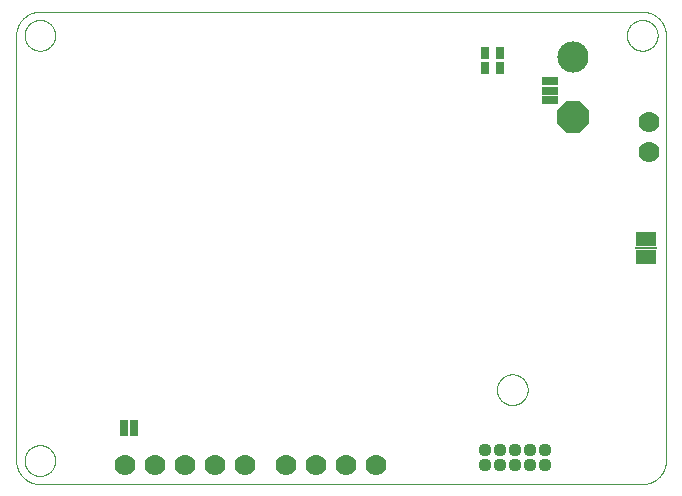
<source format=gbs>
G75*
%MOIN*%
%OFA0B0*%
%FSLAX25Y25*%
%IPPOS*%
%LPD*%
%AMOC8*
5,1,8,0,0,1.08239X$1,22.5*
%
%ADD10C,0.00001*%
%ADD11C,0.10400*%
%ADD12OC8,0.10400*%
%ADD13R,0.05400X0.02900*%
%ADD14C,0.04400*%
%ADD15R,0.06700X0.05000*%
%ADD16R,0.07200X0.00600*%
%ADD17C,0.07000*%
%ADD18R,0.03156X0.03943*%
%ADD19R,0.02900X0.05400*%
D10*
X0035524Y0020000D02*
X0236311Y0020000D01*
X0236501Y0020002D01*
X0236691Y0020009D01*
X0236881Y0020021D01*
X0237071Y0020037D01*
X0237260Y0020057D01*
X0237449Y0020083D01*
X0237637Y0020112D01*
X0237824Y0020147D01*
X0238010Y0020186D01*
X0238195Y0020229D01*
X0238380Y0020277D01*
X0238563Y0020329D01*
X0238744Y0020385D01*
X0238924Y0020446D01*
X0239103Y0020512D01*
X0239280Y0020581D01*
X0239456Y0020655D01*
X0239629Y0020733D01*
X0239801Y0020816D01*
X0239970Y0020902D01*
X0240138Y0020992D01*
X0240303Y0021087D01*
X0240466Y0021185D01*
X0240626Y0021288D01*
X0240784Y0021394D01*
X0240939Y0021504D01*
X0241092Y0021617D01*
X0241242Y0021735D01*
X0241388Y0021856D01*
X0241532Y0021980D01*
X0241673Y0022108D01*
X0241811Y0022239D01*
X0241946Y0022374D01*
X0242077Y0022512D01*
X0242205Y0022653D01*
X0242329Y0022797D01*
X0242450Y0022943D01*
X0242568Y0023093D01*
X0242681Y0023246D01*
X0242791Y0023401D01*
X0242897Y0023559D01*
X0243000Y0023719D01*
X0243098Y0023882D01*
X0243193Y0024047D01*
X0243283Y0024215D01*
X0243369Y0024384D01*
X0243452Y0024556D01*
X0243530Y0024729D01*
X0243604Y0024905D01*
X0243673Y0025082D01*
X0243739Y0025261D01*
X0243800Y0025441D01*
X0243856Y0025622D01*
X0243908Y0025805D01*
X0243956Y0025990D01*
X0243999Y0026175D01*
X0244038Y0026361D01*
X0244073Y0026548D01*
X0244102Y0026736D01*
X0244128Y0026925D01*
X0244148Y0027114D01*
X0244164Y0027304D01*
X0244176Y0027494D01*
X0244183Y0027684D01*
X0244185Y0027874D01*
X0244185Y0169606D01*
X0231193Y0169606D02*
X0231195Y0169749D01*
X0231201Y0169892D01*
X0231211Y0170034D01*
X0231225Y0170176D01*
X0231243Y0170318D01*
X0231265Y0170460D01*
X0231290Y0170600D01*
X0231320Y0170740D01*
X0231354Y0170879D01*
X0231391Y0171017D01*
X0231433Y0171154D01*
X0231478Y0171289D01*
X0231527Y0171423D01*
X0231579Y0171556D01*
X0231635Y0171688D01*
X0231695Y0171817D01*
X0231759Y0171945D01*
X0231826Y0172072D01*
X0231897Y0172196D01*
X0231971Y0172318D01*
X0232048Y0172438D01*
X0232129Y0172556D01*
X0232213Y0172672D01*
X0232300Y0172785D01*
X0232390Y0172896D01*
X0232484Y0173004D01*
X0232580Y0173110D01*
X0232679Y0173212D01*
X0232782Y0173312D01*
X0232886Y0173409D01*
X0232994Y0173504D01*
X0233104Y0173595D01*
X0233217Y0173683D01*
X0233332Y0173767D01*
X0233449Y0173849D01*
X0233569Y0173927D01*
X0233690Y0174002D01*
X0233814Y0174074D01*
X0233940Y0174142D01*
X0234067Y0174206D01*
X0234197Y0174267D01*
X0234328Y0174324D01*
X0234460Y0174378D01*
X0234594Y0174427D01*
X0234729Y0174474D01*
X0234866Y0174516D01*
X0235004Y0174554D01*
X0235142Y0174589D01*
X0235282Y0174619D01*
X0235422Y0174646D01*
X0235563Y0174669D01*
X0235705Y0174688D01*
X0235847Y0174703D01*
X0235990Y0174714D01*
X0236132Y0174721D01*
X0236275Y0174724D01*
X0236418Y0174723D01*
X0236561Y0174718D01*
X0236704Y0174709D01*
X0236846Y0174696D01*
X0236988Y0174679D01*
X0237129Y0174658D01*
X0237270Y0174633D01*
X0237410Y0174605D01*
X0237549Y0174572D01*
X0237687Y0174535D01*
X0237824Y0174495D01*
X0237960Y0174451D01*
X0238095Y0174403D01*
X0238228Y0174351D01*
X0238360Y0174296D01*
X0238490Y0174237D01*
X0238619Y0174174D01*
X0238745Y0174108D01*
X0238870Y0174038D01*
X0238993Y0173965D01*
X0239113Y0173889D01*
X0239232Y0173809D01*
X0239348Y0173725D01*
X0239462Y0173639D01*
X0239573Y0173549D01*
X0239682Y0173457D01*
X0239788Y0173361D01*
X0239892Y0173263D01*
X0239993Y0173161D01*
X0240090Y0173057D01*
X0240185Y0172950D01*
X0240277Y0172841D01*
X0240366Y0172729D01*
X0240452Y0172614D01*
X0240534Y0172498D01*
X0240613Y0172378D01*
X0240689Y0172257D01*
X0240761Y0172134D01*
X0240830Y0172009D01*
X0240895Y0171882D01*
X0240957Y0171753D01*
X0241015Y0171622D01*
X0241070Y0171490D01*
X0241120Y0171356D01*
X0241167Y0171221D01*
X0241211Y0171085D01*
X0241250Y0170948D01*
X0241285Y0170809D01*
X0241317Y0170670D01*
X0241345Y0170530D01*
X0241369Y0170389D01*
X0241389Y0170247D01*
X0241405Y0170105D01*
X0241417Y0169963D01*
X0241425Y0169820D01*
X0241429Y0169677D01*
X0241429Y0169535D01*
X0241425Y0169392D01*
X0241417Y0169249D01*
X0241405Y0169107D01*
X0241389Y0168965D01*
X0241369Y0168823D01*
X0241345Y0168682D01*
X0241317Y0168542D01*
X0241285Y0168403D01*
X0241250Y0168264D01*
X0241211Y0168127D01*
X0241167Y0167991D01*
X0241120Y0167856D01*
X0241070Y0167722D01*
X0241015Y0167590D01*
X0240957Y0167459D01*
X0240895Y0167330D01*
X0240830Y0167203D01*
X0240761Y0167078D01*
X0240689Y0166955D01*
X0240613Y0166834D01*
X0240534Y0166714D01*
X0240452Y0166598D01*
X0240366Y0166483D01*
X0240277Y0166371D01*
X0240185Y0166262D01*
X0240090Y0166155D01*
X0239993Y0166051D01*
X0239892Y0165949D01*
X0239788Y0165851D01*
X0239682Y0165755D01*
X0239573Y0165663D01*
X0239462Y0165573D01*
X0239348Y0165487D01*
X0239232Y0165403D01*
X0239113Y0165323D01*
X0238993Y0165247D01*
X0238870Y0165174D01*
X0238745Y0165104D01*
X0238619Y0165038D01*
X0238490Y0164975D01*
X0238360Y0164916D01*
X0238228Y0164861D01*
X0238095Y0164809D01*
X0237960Y0164761D01*
X0237824Y0164717D01*
X0237687Y0164677D01*
X0237549Y0164640D01*
X0237410Y0164607D01*
X0237270Y0164579D01*
X0237129Y0164554D01*
X0236988Y0164533D01*
X0236846Y0164516D01*
X0236704Y0164503D01*
X0236561Y0164494D01*
X0236418Y0164489D01*
X0236275Y0164488D01*
X0236132Y0164491D01*
X0235990Y0164498D01*
X0235847Y0164509D01*
X0235705Y0164524D01*
X0235563Y0164543D01*
X0235422Y0164566D01*
X0235282Y0164593D01*
X0235142Y0164623D01*
X0235004Y0164658D01*
X0234866Y0164696D01*
X0234729Y0164738D01*
X0234594Y0164785D01*
X0234460Y0164834D01*
X0234328Y0164888D01*
X0234197Y0164945D01*
X0234067Y0165006D01*
X0233940Y0165070D01*
X0233814Y0165138D01*
X0233690Y0165210D01*
X0233569Y0165285D01*
X0233449Y0165363D01*
X0233332Y0165445D01*
X0233217Y0165529D01*
X0233104Y0165617D01*
X0232994Y0165708D01*
X0232886Y0165803D01*
X0232782Y0165900D01*
X0232679Y0166000D01*
X0232580Y0166102D01*
X0232484Y0166208D01*
X0232390Y0166316D01*
X0232300Y0166427D01*
X0232213Y0166540D01*
X0232129Y0166656D01*
X0232048Y0166774D01*
X0231971Y0166894D01*
X0231897Y0167016D01*
X0231826Y0167140D01*
X0231759Y0167267D01*
X0231695Y0167395D01*
X0231635Y0167524D01*
X0231579Y0167656D01*
X0231527Y0167789D01*
X0231478Y0167923D01*
X0231433Y0168058D01*
X0231391Y0168195D01*
X0231354Y0168333D01*
X0231320Y0168472D01*
X0231290Y0168612D01*
X0231265Y0168752D01*
X0231243Y0168894D01*
X0231225Y0169036D01*
X0231211Y0169178D01*
X0231201Y0169320D01*
X0231195Y0169463D01*
X0231193Y0169606D01*
X0236311Y0177480D02*
X0236501Y0177478D01*
X0236691Y0177471D01*
X0236881Y0177459D01*
X0237071Y0177443D01*
X0237260Y0177423D01*
X0237449Y0177397D01*
X0237637Y0177368D01*
X0237824Y0177333D01*
X0238010Y0177294D01*
X0238195Y0177251D01*
X0238380Y0177203D01*
X0238563Y0177151D01*
X0238744Y0177095D01*
X0238924Y0177034D01*
X0239103Y0176968D01*
X0239280Y0176899D01*
X0239456Y0176825D01*
X0239629Y0176747D01*
X0239801Y0176664D01*
X0239970Y0176578D01*
X0240138Y0176488D01*
X0240303Y0176393D01*
X0240466Y0176295D01*
X0240626Y0176192D01*
X0240784Y0176086D01*
X0240939Y0175976D01*
X0241092Y0175863D01*
X0241242Y0175745D01*
X0241388Y0175624D01*
X0241532Y0175500D01*
X0241673Y0175372D01*
X0241811Y0175241D01*
X0241946Y0175106D01*
X0242077Y0174968D01*
X0242205Y0174827D01*
X0242329Y0174683D01*
X0242450Y0174537D01*
X0242568Y0174387D01*
X0242681Y0174234D01*
X0242791Y0174079D01*
X0242897Y0173921D01*
X0243000Y0173761D01*
X0243098Y0173598D01*
X0243193Y0173433D01*
X0243283Y0173265D01*
X0243369Y0173096D01*
X0243452Y0172924D01*
X0243530Y0172751D01*
X0243604Y0172575D01*
X0243673Y0172398D01*
X0243739Y0172219D01*
X0243800Y0172039D01*
X0243856Y0171858D01*
X0243908Y0171675D01*
X0243956Y0171490D01*
X0243999Y0171305D01*
X0244038Y0171119D01*
X0244073Y0170932D01*
X0244102Y0170744D01*
X0244128Y0170555D01*
X0244148Y0170366D01*
X0244164Y0170176D01*
X0244176Y0169986D01*
X0244183Y0169796D01*
X0244185Y0169606D01*
X0236311Y0177480D02*
X0035524Y0177480D01*
X0030406Y0169606D02*
X0030408Y0169749D01*
X0030414Y0169892D01*
X0030424Y0170034D01*
X0030438Y0170176D01*
X0030456Y0170318D01*
X0030478Y0170460D01*
X0030503Y0170600D01*
X0030533Y0170740D01*
X0030567Y0170879D01*
X0030604Y0171017D01*
X0030646Y0171154D01*
X0030691Y0171289D01*
X0030740Y0171423D01*
X0030792Y0171556D01*
X0030848Y0171688D01*
X0030908Y0171817D01*
X0030972Y0171945D01*
X0031039Y0172072D01*
X0031110Y0172196D01*
X0031184Y0172318D01*
X0031261Y0172438D01*
X0031342Y0172556D01*
X0031426Y0172672D01*
X0031513Y0172785D01*
X0031603Y0172896D01*
X0031697Y0173004D01*
X0031793Y0173110D01*
X0031892Y0173212D01*
X0031995Y0173312D01*
X0032099Y0173409D01*
X0032207Y0173504D01*
X0032317Y0173595D01*
X0032430Y0173683D01*
X0032545Y0173767D01*
X0032662Y0173849D01*
X0032782Y0173927D01*
X0032903Y0174002D01*
X0033027Y0174074D01*
X0033153Y0174142D01*
X0033280Y0174206D01*
X0033410Y0174267D01*
X0033541Y0174324D01*
X0033673Y0174378D01*
X0033807Y0174427D01*
X0033942Y0174474D01*
X0034079Y0174516D01*
X0034217Y0174554D01*
X0034355Y0174589D01*
X0034495Y0174619D01*
X0034635Y0174646D01*
X0034776Y0174669D01*
X0034918Y0174688D01*
X0035060Y0174703D01*
X0035203Y0174714D01*
X0035345Y0174721D01*
X0035488Y0174724D01*
X0035631Y0174723D01*
X0035774Y0174718D01*
X0035917Y0174709D01*
X0036059Y0174696D01*
X0036201Y0174679D01*
X0036342Y0174658D01*
X0036483Y0174633D01*
X0036623Y0174605D01*
X0036762Y0174572D01*
X0036900Y0174535D01*
X0037037Y0174495D01*
X0037173Y0174451D01*
X0037308Y0174403D01*
X0037441Y0174351D01*
X0037573Y0174296D01*
X0037703Y0174237D01*
X0037832Y0174174D01*
X0037958Y0174108D01*
X0038083Y0174038D01*
X0038206Y0173965D01*
X0038326Y0173889D01*
X0038445Y0173809D01*
X0038561Y0173725D01*
X0038675Y0173639D01*
X0038786Y0173549D01*
X0038895Y0173457D01*
X0039001Y0173361D01*
X0039105Y0173263D01*
X0039206Y0173161D01*
X0039303Y0173057D01*
X0039398Y0172950D01*
X0039490Y0172841D01*
X0039579Y0172729D01*
X0039665Y0172614D01*
X0039747Y0172498D01*
X0039826Y0172378D01*
X0039902Y0172257D01*
X0039974Y0172134D01*
X0040043Y0172009D01*
X0040108Y0171882D01*
X0040170Y0171753D01*
X0040228Y0171622D01*
X0040283Y0171490D01*
X0040333Y0171356D01*
X0040380Y0171221D01*
X0040424Y0171085D01*
X0040463Y0170948D01*
X0040498Y0170809D01*
X0040530Y0170670D01*
X0040558Y0170530D01*
X0040582Y0170389D01*
X0040602Y0170247D01*
X0040618Y0170105D01*
X0040630Y0169963D01*
X0040638Y0169820D01*
X0040642Y0169677D01*
X0040642Y0169535D01*
X0040638Y0169392D01*
X0040630Y0169249D01*
X0040618Y0169107D01*
X0040602Y0168965D01*
X0040582Y0168823D01*
X0040558Y0168682D01*
X0040530Y0168542D01*
X0040498Y0168403D01*
X0040463Y0168264D01*
X0040424Y0168127D01*
X0040380Y0167991D01*
X0040333Y0167856D01*
X0040283Y0167722D01*
X0040228Y0167590D01*
X0040170Y0167459D01*
X0040108Y0167330D01*
X0040043Y0167203D01*
X0039974Y0167078D01*
X0039902Y0166955D01*
X0039826Y0166834D01*
X0039747Y0166714D01*
X0039665Y0166598D01*
X0039579Y0166483D01*
X0039490Y0166371D01*
X0039398Y0166262D01*
X0039303Y0166155D01*
X0039206Y0166051D01*
X0039105Y0165949D01*
X0039001Y0165851D01*
X0038895Y0165755D01*
X0038786Y0165663D01*
X0038675Y0165573D01*
X0038561Y0165487D01*
X0038445Y0165403D01*
X0038326Y0165323D01*
X0038206Y0165247D01*
X0038083Y0165174D01*
X0037958Y0165104D01*
X0037832Y0165038D01*
X0037703Y0164975D01*
X0037573Y0164916D01*
X0037441Y0164861D01*
X0037308Y0164809D01*
X0037173Y0164761D01*
X0037037Y0164717D01*
X0036900Y0164677D01*
X0036762Y0164640D01*
X0036623Y0164607D01*
X0036483Y0164579D01*
X0036342Y0164554D01*
X0036201Y0164533D01*
X0036059Y0164516D01*
X0035917Y0164503D01*
X0035774Y0164494D01*
X0035631Y0164489D01*
X0035488Y0164488D01*
X0035345Y0164491D01*
X0035203Y0164498D01*
X0035060Y0164509D01*
X0034918Y0164524D01*
X0034776Y0164543D01*
X0034635Y0164566D01*
X0034495Y0164593D01*
X0034355Y0164623D01*
X0034217Y0164658D01*
X0034079Y0164696D01*
X0033942Y0164738D01*
X0033807Y0164785D01*
X0033673Y0164834D01*
X0033541Y0164888D01*
X0033410Y0164945D01*
X0033280Y0165006D01*
X0033153Y0165070D01*
X0033027Y0165138D01*
X0032903Y0165210D01*
X0032782Y0165285D01*
X0032662Y0165363D01*
X0032545Y0165445D01*
X0032430Y0165529D01*
X0032317Y0165617D01*
X0032207Y0165708D01*
X0032099Y0165803D01*
X0031995Y0165900D01*
X0031892Y0166000D01*
X0031793Y0166102D01*
X0031697Y0166208D01*
X0031603Y0166316D01*
X0031513Y0166427D01*
X0031426Y0166540D01*
X0031342Y0166656D01*
X0031261Y0166774D01*
X0031184Y0166894D01*
X0031110Y0167016D01*
X0031039Y0167140D01*
X0030972Y0167267D01*
X0030908Y0167395D01*
X0030848Y0167524D01*
X0030792Y0167656D01*
X0030740Y0167789D01*
X0030691Y0167923D01*
X0030646Y0168058D01*
X0030604Y0168195D01*
X0030567Y0168333D01*
X0030533Y0168472D01*
X0030503Y0168612D01*
X0030478Y0168752D01*
X0030456Y0168894D01*
X0030438Y0169036D01*
X0030424Y0169178D01*
X0030414Y0169320D01*
X0030408Y0169463D01*
X0030406Y0169606D01*
X0027650Y0169606D02*
X0027650Y0027874D01*
X0030406Y0027874D02*
X0030408Y0028017D01*
X0030414Y0028160D01*
X0030424Y0028302D01*
X0030438Y0028444D01*
X0030456Y0028586D01*
X0030478Y0028728D01*
X0030503Y0028868D01*
X0030533Y0029008D01*
X0030567Y0029147D01*
X0030604Y0029285D01*
X0030646Y0029422D01*
X0030691Y0029557D01*
X0030740Y0029691D01*
X0030792Y0029824D01*
X0030848Y0029956D01*
X0030908Y0030085D01*
X0030972Y0030213D01*
X0031039Y0030340D01*
X0031110Y0030464D01*
X0031184Y0030586D01*
X0031261Y0030706D01*
X0031342Y0030824D01*
X0031426Y0030940D01*
X0031513Y0031053D01*
X0031603Y0031164D01*
X0031697Y0031272D01*
X0031793Y0031378D01*
X0031892Y0031480D01*
X0031995Y0031580D01*
X0032099Y0031677D01*
X0032207Y0031772D01*
X0032317Y0031863D01*
X0032430Y0031951D01*
X0032545Y0032035D01*
X0032662Y0032117D01*
X0032782Y0032195D01*
X0032903Y0032270D01*
X0033027Y0032342D01*
X0033153Y0032410D01*
X0033280Y0032474D01*
X0033410Y0032535D01*
X0033541Y0032592D01*
X0033673Y0032646D01*
X0033807Y0032695D01*
X0033942Y0032742D01*
X0034079Y0032784D01*
X0034217Y0032822D01*
X0034355Y0032857D01*
X0034495Y0032887D01*
X0034635Y0032914D01*
X0034776Y0032937D01*
X0034918Y0032956D01*
X0035060Y0032971D01*
X0035203Y0032982D01*
X0035345Y0032989D01*
X0035488Y0032992D01*
X0035631Y0032991D01*
X0035774Y0032986D01*
X0035917Y0032977D01*
X0036059Y0032964D01*
X0036201Y0032947D01*
X0036342Y0032926D01*
X0036483Y0032901D01*
X0036623Y0032873D01*
X0036762Y0032840D01*
X0036900Y0032803D01*
X0037037Y0032763D01*
X0037173Y0032719D01*
X0037308Y0032671D01*
X0037441Y0032619D01*
X0037573Y0032564D01*
X0037703Y0032505D01*
X0037832Y0032442D01*
X0037958Y0032376D01*
X0038083Y0032306D01*
X0038206Y0032233D01*
X0038326Y0032157D01*
X0038445Y0032077D01*
X0038561Y0031993D01*
X0038675Y0031907D01*
X0038786Y0031817D01*
X0038895Y0031725D01*
X0039001Y0031629D01*
X0039105Y0031531D01*
X0039206Y0031429D01*
X0039303Y0031325D01*
X0039398Y0031218D01*
X0039490Y0031109D01*
X0039579Y0030997D01*
X0039665Y0030882D01*
X0039747Y0030766D01*
X0039826Y0030646D01*
X0039902Y0030525D01*
X0039974Y0030402D01*
X0040043Y0030277D01*
X0040108Y0030150D01*
X0040170Y0030021D01*
X0040228Y0029890D01*
X0040283Y0029758D01*
X0040333Y0029624D01*
X0040380Y0029489D01*
X0040424Y0029353D01*
X0040463Y0029216D01*
X0040498Y0029077D01*
X0040530Y0028938D01*
X0040558Y0028798D01*
X0040582Y0028657D01*
X0040602Y0028515D01*
X0040618Y0028373D01*
X0040630Y0028231D01*
X0040638Y0028088D01*
X0040642Y0027945D01*
X0040642Y0027803D01*
X0040638Y0027660D01*
X0040630Y0027517D01*
X0040618Y0027375D01*
X0040602Y0027233D01*
X0040582Y0027091D01*
X0040558Y0026950D01*
X0040530Y0026810D01*
X0040498Y0026671D01*
X0040463Y0026532D01*
X0040424Y0026395D01*
X0040380Y0026259D01*
X0040333Y0026124D01*
X0040283Y0025990D01*
X0040228Y0025858D01*
X0040170Y0025727D01*
X0040108Y0025598D01*
X0040043Y0025471D01*
X0039974Y0025346D01*
X0039902Y0025223D01*
X0039826Y0025102D01*
X0039747Y0024982D01*
X0039665Y0024866D01*
X0039579Y0024751D01*
X0039490Y0024639D01*
X0039398Y0024530D01*
X0039303Y0024423D01*
X0039206Y0024319D01*
X0039105Y0024217D01*
X0039001Y0024119D01*
X0038895Y0024023D01*
X0038786Y0023931D01*
X0038675Y0023841D01*
X0038561Y0023755D01*
X0038445Y0023671D01*
X0038326Y0023591D01*
X0038206Y0023515D01*
X0038083Y0023442D01*
X0037958Y0023372D01*
X0037832Y0023306D01*
X0037703Y0023243D01*
X0037573Y0023184D01*
X0037441Y0023129D01*
X0037308Y0023077D01*
X0037173Y0023029D01*
X0037037Y0022985D01*
X0036900Y0022945D01*
X0036762Y0022908D01*
X0036623Y0022875D01*
X0036483Y0022847D01*
X0036342Y0022822D01*
X0036201Y0022801D01*
X0036059Y0022784D01*
X0035917Y0022771D01*
X0035774Y0022762D01*
X0035631Y0022757D01*
X0035488Y0022756D01*
X0035345Y0022759D01*
X0035203Y0022766D01*
X0035060Y0022777D01*
X0034918Y0022792D01*
X0034776Y0022811D01*
X0034635Y0022834D01*
X0034495Y0022861D01*
X0034355Y0022891D01*
X0034217Y0022926D01*
X0034079Y0022964D01*
X0033942Y0023006D01*
X0033807Y0023053D01*
X0033673Y0023102D01*
X0033541Y0023156D01*
X0033410Y0023213D01*
X0033280Y0023274D01*
X0033153Y0023338D01*
X0033027Y0023406D01*
X0032903Y0023478D01*
X0032782Y0023553D01*
X0032662Y0023631D01*
X0032545Y0023713D01*
X0032430Y0023797D01*
X0032317Y0023885D01*
X0032207Y0023976D01*
X0032099Y0024071D01*
X0031995Y0024168D01*
X0031892Y0024268D01*
X0031793Y0024370D01*
X0031697Y0024476D01*
X0031603Y0024584D01*
X0031513Y0024695D01*
X0031426Y0024808D01*
X0031342Y0024924D01*
X0031261Y0025042D01*
X0031184Y0025162D01*
X0031110Y0025284D01*
X0031039Y0025408D01*
X0030972Y0025535D01*
X0030908Y0025663D01*
X0030848Y0025792D01*
X0030792Y0025924D01*
X0030740Y0026057D01*
X0030691Y0026191D01*
X0030646Y0026326D01*
X0030604Y0026463D01*
X0030567Y0026601D01*
X0030533Y0026740D01*
X0030503Y0026880D01*
X0030478Y0027020D01*
X0030456Y0027162D01*
X0030438Y0027304D01*
X0030424Y0027446D01*
X0030414Y0027588D01*
X0030408Y0027731D01*
X0030406Y0027874D01*
X0027650Y0027874D02*
X0027652Y0027684D01*
X0027659Y0027494D01*
X0027671Y0027304D01*
X0027687Y0027114D01*
X0027707Y0026925D01*
X0027733Y0026736D01*
X0027762Y0026548D01*
X0027797Y0026361D01*
X0027836Y0026175D01*
X0027879Y0025990D01*
X0027927Y0025805D01*
X0027979Y0025622D01*
X0028035Y0025441D01*
X0028096Y0025261D01*
X0028162Y0025082D01*
X0028231Y0024905D01*
X0028305Y0024729D01*
X0028383Y0024556D01*
X0028466Y0024384D01*
X0028552Y0024215D01*
X0028642Y0024047D01*
X0028737Y0023882D01*
X0028835Y0023719D01*
X0028938Y0023559D01*
X0029044Y0023401D01*
X0029154Y0023246D01*
X0029267Y0023093D01*
X0029385Y0022943D01*
X0029506Y0022797D01*
X0029630Y0022653D01*
X0029758Y0022512D01*
X0029889Y0022374D01*
X0030024Y0022239D01*
X0030162Y0022108D01*
X0030303Y0021980D01*
X0030447Y0021856D01*
X0030593Y0021735D01*
X0030743Y0021617D01*
X0030896Y0021504D01*
X0031051Y0021394D01*
X0031209Y0021288D01*
X0031369Y0021185D01*
X0031532Y0021087D01*
X0031697Y0020992D01*
X0031865Y0020902D01*
X0032034Y0020816D01*
X0032206Y0020733D01*
X0032379Y0020655D01*
X0032555Y0020581D01*
X0032732Y0020512D01*
X0032911Y0020446D01*
X0033091Y0020385D01*
X0033272Y0020329D01*
X0033455Y0020277D01*
X0033640Y0020229D01*
X0033825Y0020186D01*
X0034011Y0020147D01*
X0034198Y0020112D01*
X0034386Y0020083D01*
X0034575Y0020057D01*
X0034764Y0020037D01*
X0034954Y0020021D01*
X0035144Y0020009D01*
X0035334Y0020002D01*
X0035524Y0020000D01*
X0187886Y0051496D02*
X0187888Y0051639D01*
X0187894Y0051782D01*
X0187904Y0051924D01*
X0187918Y0052066D01*
X0187936Y0052208D01*
X0187958Y0052350D01*
X0187983Y0052490D01*
X0188013Y0052630D01*
X0188047Y0052769D01*
X0188084Y0052907D01*
X0188126Y0053044D01*
X0188171Y0053179D01*
X0188220Y0053313D01*
X0188272Y0053446D01*
X0188328Y0053578D01*
X0188388Y0053707D01*
X0188452Y0053835D01*
X0188519Y0053962D01*
X0188590Y0054086D01*
X0188664Y0054208D01*
X0188741Y0054328D01*
X0188822Y0054446D01*
X0188906Y0054562D01*
X0188993Y0054675D01*
X0189083Y0054786D01*
X0189177Y0054894D01*
X0189273Y0055000D01*
X0189372Y0055102D01*
X0189475Y0055202D01*
X0189579Y0055299D01*
X0189687Y0055394D01*
X0189797Y0055485D01*
X0189910Y0055573D01*
X0190025Y0055657D01*
X0190142Y0055739D01*
X0190262Y0055817D01*
X0190383Y0055892D01*
X0190507Y0055964D01*
X0190633Y0056032D01*
X0190760Y0056096D01*
X0190890Y0056157D01*
X0191021Y0056214D01*
X0191153Y0056268D01*
X0191287Y0056317D01*
X0191422Y0056364D01*
X0191559Y0056406D01*
X0191697Y0056444D01*
X0191835Y0056479D01*
X0191975Y0056509D01*
X0192115Y0056536D01*
X0192256Y0056559D01*
X0192398Y0056578D01*
X0192540Y0056593D01*
X0192683Y0056604D01*
X0192825Y0056611D01*
X0192968Y0056614D01*
X0193111Y0056613D01*
X0193254Y0056608D01*
X0193397Y0056599D01*
X0193539Y0056586D01*
X0193681Y0056569D01*
X0193822Y0056548D01*
X0193963Y0056523D01*
X0194103Y0056495D01*
X0194242Y0056462D01*
X0194380Y0056425D01*
X0194517Y0056385D01*
X0194653Y0056341D01*
X0194788Y0056293D01*
X0194921Y0056241D01*
X0195053Y0056186D01*
X0195183Y0056127D01*
X0195312Y0056064D01*
X0195438Y0055998D01*
X0195563Y0055928D01*
X0195686Y0055855D01*
X0195806Y0055779D01*
X0195925Y0055699D01*
X0196041Y0055615D01*
X0196155Y0055529D01*
X0196266Y0055439D01*
X0196375Y0055347D01*
X0196481Y0055251D01*
X0196585Y0055153D01*
X0196686Y0055051D01*
X0196783Y0054947D01*
X0196878Y0054840D01*
X0196970Y0054731D01*
X0197059Y0054619D01*
X0197145Y0054504D01*
X0197227Y0054388D01*
X0197306Y0054268D01*
X0197382Y0054147D01*
X0197454Y0054024D01*
X0197523Y0053899D01*
X0197588Y0053772D01*
X0197650Y0053643D01*
X0197708Y0053512D01*
X0197763Y0053380D01*
X0197813Y0053246D01*
X0197860Y0053111D01*
X0197904Y0052975D01*
X0197943Y0052838D01*
X0197978Y0052699D01*
X0198010Y0052560D01*
X0198038Y0052420D01*
X0198062Y0052279D01*
X0198082Y0052137D01*
X0198098Y0051995D01*
X0198110Y0051853D01*
X0198118Y0051710D01*
X0198122Y0051567D01*
X0198122Y0051425D01*
X0198118Y0051282D01*
X0198110Y0051139D01*
X0198098Y0050997D01*
X0198082Y0050855D01*
X0198062Y0050713D01*
X0198038Y0050572D01*
X0198010Y0050432D01*
X0197978Y0050293D01*
X0197943Y0050154D01*
X0197904Y0050017D01*
X0197860Y0049881D01*
X0197813Y0049746D01*
X0197763Y0049612D01*
X0197708Y0049480D01*
X0197650Y0049349D01*
X0197588Y0049220D01*
X0197523Y0049093D01*
X0197454Y0048968D01*
X0197382Y0048845D01*
X0197306Y0048724D01*
X0197227Y0048604D01*
X0197145Y0048488D01*
X0197059Y0048373D01*
X0196970Y0048261D01*
X0196878Y0048152D01*
X0196783Y0048045D01*
X0196686Y0047941D01*
X0196585Y0047839D01*
X0196481Y0047741D01*
X0196375Y0047645D01*
X0196266Y0047553D01*
X0196155Y0047463D01*
X0196041Y0047377D01*
X0195925Y0047293D01*
X0195806Y0047213D01*
X0195686Y0047137D01*
X0195563Y0047064D01*
X0195438Y0046994D01*
X0195312Y0046928D01*
X0195183Y0046865D01*
X0195053Y0046806D01*
X0194921Y0046751D01*
X0194788Y0046699D01*
X0194653Y0046651D01*
X0194517Y0046607D01*
X0194380Y0046567D01*
X0194242Y0046530D01*
X0194103Y0046497D01*
X0193963Y0046469D01*
X0193822Y0046444D01*
X0193681Y0046423D01*
X0193539Y0046406D01*
X0193397Y0046393D01*
X0193254Y0046384D01*
X0193111Y0046379D01*
X0192968Y0046378D01*
X0192825Y0046381D01*
X0192683Y0046388D01*
X0192540Y0046399D01*
X0192398Y0046414D01*
X0192256Y0046433D01*
X0192115Y0046456D01*
X0191975Y0046483D01*
X0191835Y0046513D01*
X0191697Y0046548D01*
X0191559Y0046586D01*
X0191422Y0046628D01*
X0191287Y0046675D01*
X0191153Y0046724D01*
X0191021Y0046778D01*
X0190890Y0046835D01*
X0190760Y0046896D01*
X0190633Y0046960D01*
X0190507Y0047028D01*
X0190383Y0047100D01*
X0190262Y0047175D01*
X0190142Y0047253D01*
X0190025Y0047335D01*
X0189910Y0047419D01*
X0189797Y0047507D01*
X0189687Y0047598D01*
X0189579Y0047693D01*
X0189475Y0047790D01*
X0189372Y0047890D01*
X0189273Y0047992D01*
X0189177Y0048098D01*
X0189083Y0048206D01*
X0188993Y0048317D01*
X0188906Y0048430D01*
X0188822Y0048546D01*
X0188741Y0048664D01*
X0188664Y0048784D01*
X0188590Y0048906D01*
X0188519Y0049030D01*
X0188452Y0049157D01*
X0188388Y0049285D01*
X0188328Y0049414D01*
X0188272Y0049546D01*
X0188220Y0049679D01*
X0188171Y0049813D01*
X0188126Y0049948D01*
X0188084Y0050085D01*
X0188047Y0050223D01*
X0188013Y0050362D01*
X0187983Y0050502D01*
X0187958Y0050642D01*
X0187936Y0050784D01*
X0187918Y0050926D01*
X0187904Y0051068D01*
X0187894Y0051210D01*
X0187888Y0051353D01*
X0187886Y0051496D01*
X0035524Y0177480D02*
X0035334Y0177478D01*
X0035144Y0177471D01*
X0034954Y0177459D01*
X0034764Y0177443D01*
X0034575Y0177423D01*
X0034386Y0177397D01*
X0034198Y0177368D01*
X0034011Y0177333D01*
X0033825Y0177294D01*
X0033640Y0177251D01*
X0033455Y0177203D01*
X0033272Y0177151D01*
X0033091Y0177095D01*
X0032911Y0177034D01*
X0032732Y0176968D01*
X0032555Y0176899D01*
X0032379Y0176825D01*
X0032206Y0176747D01*
X0032034Y0176664D01*
X0031865Y0176578D01*
X0031697Y0176488D01*
X0031532Y0176393D01*
X0031369Y0176295D01*
X0031209Y0176192D01*
X0031051Y0176086D01*
X0030896Y0175976D01*
X0030743Y0175863D01*
X0030593Y0175745D01*
X0030447Y0175624D01*
X0030303Y0175500D01*
X0030162Y0175372D01*
X0030024Y0175241D01*
X0029889Y0175106D01*
X0029758Y0174968D01*
X0029630Y0174827D01*
X0029506Y0174683D01*
X0029385Y0174537D01*
X0029267Y0174387D01*
X0029154Y0174234D01*
X0029044Y0174079D01*
X0028938Y0173921D01*
X0028835Y0173761D01*
X0028737Y0173598D01*
X0028642Y0173433D01*
X0028552Y0173265D01*
X0028466Y0173096D01*
X0028383Y0172924D01*
X0028305Y0172751D01*
X0028231Y0172575D01*
X0028162Y0172398D01*
X0028096Y0172219D01*
X0028035Y0172039D01*
X0027979Y0171858D01*
X0027927Y0171675D01*
X0027879Y0171490D01*
X0027836Y0171305D01*
X0027797Y0171119D01*
X0027762Y0170932D01*
X0027733Y0170744D01*
X0027707Y0170555D01*
X0027687Y0170366D01*
X0027671Y0170176D01*
X0027659Y0169986D01*
X0027652Y0169796D01*
X0027650Y0169606D01*
D11*
X0213275Y0162500D03*
D12*
X0213275Y0142500D03*
D13*
X0205650Y0148013D03*
X0205650Y0151213D03*
X0205650Y0154413D03*
D14*
X0203900Y0031250D03*
X0198900Y0031250D03*
X0193900Y0031250D03*
X0188900Y0031250D03*
X0183900Y0031250D03*
X0183900Y0026250D03*
X0188900Y0026250D03*
X0193900Y0026250D03*
X0198900Y0026250D03*
X0203900Y0026250D03*
D15*
X0237650Y0095750D03*
X0237650Y0101750D03*
D16*
X0237650Y0098750D03*
D17*
X0238637Y0130637D03*
X0238637Y0140638D03*
X0147650Y0026250D03*
X0137650Y0026250D03*
X0127650Y0026250D03*
X0117650Y0026250D03*
X0103900Y0026250D03*
X0093900Y0026250D03*
X0083900Y0026250D03*
X0073900Y0026250D03*
X0063900Y0026250D03*
D18*
X0183841Y0158750D03*
X0188959Y0158750D03*
X0188959Y0163750D03*
X0183841Y0163750D03*
D19*
X0066750Y0038750D03*
X0063550Y0038750D03*
M02*

</source>
